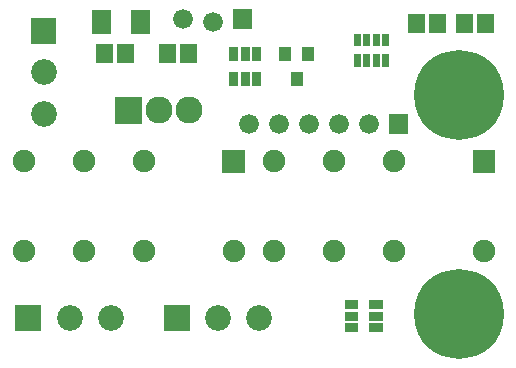
<source format=gbr>
G04 start of page 6 for group -4063 idx -4063 *
G04 Title: (unknown), componentmask *
G04 Creator: pcb 20140316 *
G04 CreationDate: Fri 17 Nov 2017 10:24:59 PM GMT UTC *
G04 For: ndholmes *
G04 Format: Gerber/RS-274X *
G04 PCB-Dimensions (mil): 1700.00 1200.00 *
G04 PCB-Coordinate-Origin: lower left *
%MOIN*%
%FSLAX25Y25*%
%LNTOPMASK*%
%ADD62R,0.0227X0.0227*%
%ADD61R,0.0300X0.0300*%
%ADD60R,0.0610X0.0610*%
%ADD59R,0.0572X0.0572*%
%ADD58R,0.0400X0.0400*%
%ADD57C,0.0900*%
%ADD56C,0.0660*%
%ADD55C,0.2997*%
%ADD54C,0.0750*%
%ADD53C,0.0860*%
%ADD52C,0.0001*%
G54D52*G36*
X54755Y18973D02*Y10373D01*
X63355D01*
Y18973D01*
X54755D01*
G37*
G54D53*X72835Y14673D03*
X86614D03*
G54D54*X91500Y37000D03*
X78000D03*
X111500D03*
G54D52*G36*
X5255Y18973D02*Y10373D01*
X13855D01*
Y18973D01*
X5255D01*
G37*
G54D53*X23335Y14673D03*
X37114D03*
G54D54*X8000Y37000D03*
X28000D03*
X48000D03*
G54D55*X153000Y16000D03*
Y89000D03*
G54D52*G36*
X157750Y70750D02*Y63250D01*
X165250D01*
Y70750D01*
X157750D01*
G37*
G54D54*X161500Y37000D03*
G54D52*G36*
X129700Y82800D02*Y76200D01*
X136300D01*
Y82800D01*
X129700D01*
G37*
G54D54*X131500Y67000D03*
G54D56*X123000Y79500D03*
G54D54*X131500Y37000D03*
G54D52*G36*
X38500Y88500D02*Y79500D01*
X47500D01*
Y88500D01*
X38500D01*
G37*
G36*
X10373Y114745D02*Y106145D01*
X18973D01*
Y114745D01*
X10373D01*
G37*
G54D53*X14673Y96665D03*
Y82886D03*
G54D56*X113000Y79500D03*
X103000D03*
X93000D03*
G54D54*X111500Y67000D03*
X91500D03*
G54D57*X63000Y84000D03*
X53000D03*
G54D56*X83000Y79500D03*
G54D54*X48000Y67000D03*
X28000D03*
X8000D03*
G54D52*G36*
X74250Y70750D02*Y63250D01*
X81750D01*
Y70750D01*
X74250D01*
G37*
G36*
X77700Y117800D02*Y111200D01*
X84300D01*
Y117800D01*
X77700D01*
G37*
G54D56*X71000Y113500D03*
X61000Y114500D03*
G54D58*X102900Y103000D02*Y102400D01*
X95100Y103000D02*Y102400D01*
X99000Y94800D02*Y94200D01*
G54D59*X63000Y103393D02*Y102607D01*
X55914Y103393D02*Y102607D01*
X42043Y103393D02*Y102607D01*
X34957Y103393D02*Y102607D01*
G54D60*X34000Y114500D02*Y112500D01*
X47000Y114500D02*Y112500D01*
G54D61*X124700Y11500D02*X126300D01*
X124700Y15400D02*X126300D01*
X124700Y19300D02*X126300D01*
X116500D02*X118100D01*
X116500Y15400D02*X118100D01*
X116500Y11500D02*X118100D01*
G54D59*X154957Y113393D02*Y112607D01*
X162043Y113393D02*Y112607D01*
X146043Y113393D02*Y112607D01*
X138957Y113393D02*Y112607D01*
G54D62*X128724Y108283D02*Y106413D01*
X125575Y108283D02*Y106413D01*
X122425Y108283D02*Y106413D01*
X119276Y108283D02*Y106413D01*
Y101587D02*Y99717D01*
X122425Y101587D02*Y99717D01*
X125575Y101587D02*Y99717D01*
X128724Y101587D02*Y99717D01*
G54D61*X78000Y95300D02*Y93700D01*
X81900Y95300D02*Y93700D01*
X85800Y95300D02*Y93700D01*
Y103500D02*Y101900D01*
X81900Y103500D02*Y101900D01*
X78000Y103500D02*Y101900D01*
M02*

</source>
